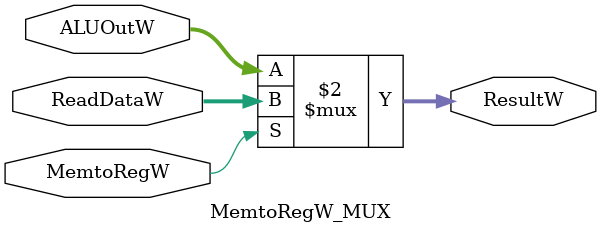
<source format=v>
`timescale 1ns / 1ps
module MemtoRegW_MUX(
   input MemtoRegW,
	input [31:0]ReadDataW,
	input [31:0]ALUOutW,
	output [31:0]ResultW
    );
 assign ResultW = (~MemtoRegW)?ALUOutW:ReadDataW;

endmodule

</source>
